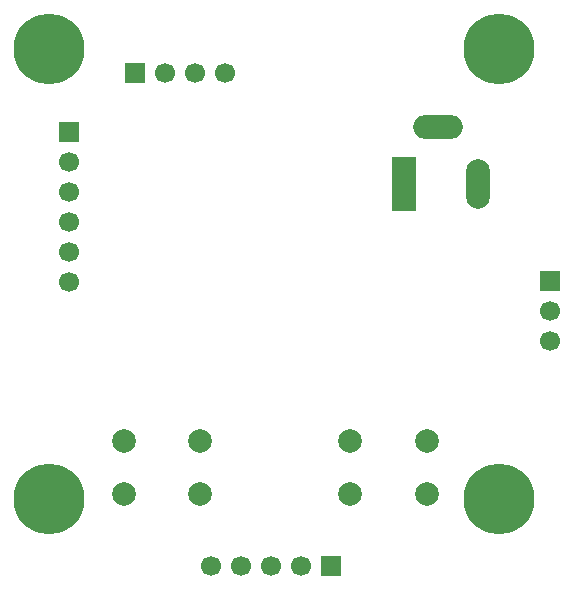
<source format=gbs>
%TF.GenerationSoftware,KiCad,Pcbnew,9.0.6*%
%TF.CreationDate,2026-01-28T21:09:15+07:00*%
%TF.ProjectId,BluetoothCar,426c7565-746f-46f7-9468-4361722e6b69,rev?*%
%TF.SameCoordinates,Original*%
%TF.FileFunction,Soldermask,Bot*%
%TF.FilePolarity,Negative*%
%FSLAX46Y46*%
G04 Gerber Fmt 4.6, Leading zero omitted, Abs format (unit mm)*
G04 Created by KiCad (PCBNEW 9.0.6) date 2026-01-28 21:09:15*
%MOMM*%
%LPD*%
G01*
G04 APERTURE LIST*
%ADD10C,2.000000*%
%ADD11C,6.000000*%
%ADD12R,1.700000X1.700000*%
%ADD13C,1.700000*%
%ADD14R,2.000000X4.600000*%
%ADD15O,2.000000X4.200000*%
%ADD16O,4.200000X2.000000*%
G04 APERTURE END LIST*
D10*
%TO.C,BOOT1*%
X103800000Y-152500000D03*
X97300000Y-152500000D03*
X103800000Y-148000000D03*
X97300000Y-148000000D03*
%TD*%
D11*
%TO.C,H4*%
X129100000Y-152955000D03*
%TD*%
D12*
%TO.C,J3*%
X98280000Y-116900000D03*
D13*
X100820000Y-116900000D03*
X103360000Y-116900000D03*
X105900000Y-116900000D03*
%TD*%
D10*
%TO.C,EN_PIN1*%
X123000000Y-152500000D03*
X116500000Y-152500000D03*
X123000000Y-148000000D03*
X116500000Y-148000000D03*
%TD*%
D11*
%TO.C,H3*%
X91000000Y-152955000D03*
%TD*%
D12*
%TO.C,J5*%
X114900000Y-158600000D03*
D13*
X112360000Y-158600000D03*
X109820000Y-158600000D03*
X107280000Y-158600000D03*
X104740000Y-158600000D03*
%TD*%
D12*
%TO.C,J4*%
X92700000Y-121880000D03*
D13*
X92700000Y-124420000D03*
X92700000Y-126960000D03*
X92700000Y-129500000D03*
X92700000Y-132040000D03*
X92700000Y-134580000D03*
%TD*%
D14*
%TO.C,J2*%
X121050000Y-126250000D03*
D15*
X127350000Y-126250000D03*
D16*
X123950000Y-121450000D03*
%TD*%
D11*
%TO.C,H2*%
X129100000Y-114855000D03*
%TD*%
%TO.C,H1*%
X91000000Y-114855000D03*
%TD*%
D12*
%TO.C,J6*%
X133400000Y-134460000D03*
D13*
X133400000Y-137000000D03*
X133400000Y-139540000D03*
%TD*%
M02*

</source>
